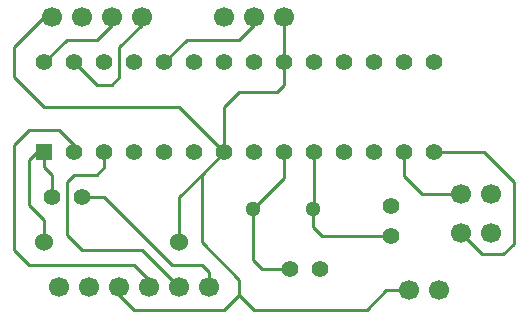
<source format=gtl>
G04 (created by PCBNEW (22-Jun-2014 BZR 4027)-stable) date Sat 20 Dec 2014 16:30:47 GMT*
%MOIN*%
G04 Gerber Fmt 3.4, Leading zero omitted, Abs format*
%FSLAX34Y34*%
G01*
G70*
G90*
G04 APERTURE LIST*
%ADD10C,0.00590551*%
%ADD11C,0.06*%
%ADD12C,0.055*%
%ADD13R,0.055X0.055*%
%ADD14C,0.0669291*%
%ADD15C,0.0511811*%
%ADD16C,0.01*%
G04 APERTURE END LIST*
G54D10*
G54D11*
X90000Y-48500D03*
X94500Y-48500D03*
G54D12*
X91000Y-45500D03*
X92000Y-45500D03*
X93000Y-45500D03*
X94000Y-45500D03*
X95000Y-45500D03*
X96000Y-45500D03*
X97000Y-45500D03*
X98000Y-45500D03*
X99000Y-45500D03*
X100000Y-45500D03*
X101000Y-45500D03*
X102000Y-45500D03*
X103000Y-45500D03*
G54D13*
X90000Y-45500D03*
G54D12*
X103000Y-42500D03*
X102000Y-42500D03*
X101000Y-42500D03*
X100000Y-42500D03*
X99000Y-42500D03*
X98000Y-42500D03*
X97000Y-42500D03*
X96000Y-42500D03*
X95000Y-42500D03*
X94000Y-42500D03*
X93000Y-42500D03*
X92000Y-42500D03*
X91000Y-42500D03*
X90000Y-42500D03*
X98200Y-49400D03*
X99200Y-49400D03*
X101550Y-48300D03*
X101550Y-47300D03*
X90250Y-47000D03*
X91250Y-47000D03*
G54D14*
X95500Y-50000D03*
X94500Y-50000D03*
X93500Y-50000D03*
X92500Y-50000D03*
X91500Y-50000D03*
X90500Y-50000D03*
G54D15*
X98950Y-47400D03*
X96950Y-47400D03*
G54D14*
X91250Y-41000D03*
X92250Y-41000D03*
X90250Y-41000D03*
X93250Y-41000D03*
X96000Y-41000D03*
X97000Y-41000D03*
X98000Y-41000D03*
X103900Y-48200D03*
X104900Y-48200D03*
X103900Y-46900D03*
X104900Y-46900D03*
X102150Y-50100D03*
X103150Y-50100D03*
G54D16*
X92250Y-41000D02*
X92250Y-41250D01*
X90750Y-41750D02*
X90000Y-42500D01*
X91750Y-41750D02*
X90750Y-41750D01*
X92250Y-41250D02*
X91750Y-41750D01*
X98950Y-47400D02*
X98950Y-48000D01*
X99250Y-48300D02*
X101550Y-48300D01*
X98950Y-48000D02*
X99250Y-48300D01*
X99000Y-45500D02*
X99000Y-47350D01*
X99000Y-47350D02*
X98950Y-47400D01*
X96950Y-47400D02*
X96950Y-49100D01*
X97250Y-49400D02*
X98200Y-49400D01*
X96950Y-49100D02*
X97250Y-49400D01*
X98000Y-45500D02*
X98000Y-46350D01*
X98000Y-46350D02*
X96950Y-47400D01*
X91250Y-47000D02*
X92000Y-47000D01*
X95500Y-49500D02*
X95500Y-50000D01*
X95250Y-49250D02*
X95500Y-49500D01*
X94250Y-49250D02*
X95250Y-49250D01*
X92000Y-47000D02*
X94250Y-49250D01*
X97000Y-41000D02*
X97000Y-41250D01*
X94750Y-41750D02*
X94000Y-42500D01*
X96500Y-41750D02*
X94750Y-41750D01*
X97000Y-41250D02*
X96500Y-41750D01*
X90000Y-48500D02*
X90000Y-47750D01*
X89750Y-45500D02*
X90000Y-45500D01*
X89500Y-45750D02*
X89750Y-45500D01*
X89500Y-47250D02*
X89500Y-45750D01*
X90000Y-47750D02*
X89500Y-47250D01*
X90000Y-45500D02*
X90000Y-46000D01*
X90250Y-46250D02*
X90250Y-47000D01*
X90000Y-46000D02*
X90250Y-46250D01*
X94500Y-50000D02*
X93250Y-48750D01*
X92000Y-46000D02*
X92000Y-45500D01*
X91750Y-46250D02*
X92000Y-46000D01*
X91000Y-46250D02*
X91750Y-46250D01*
X90750Y-46500D02*
X91000Y-46250D01*
X90750Y-48250D02*
X90750Y-46500D01*
X91250Y-48750D02*
X90750Y-48250D01*
X93250Y-48750D02*
X91250Y-48750D01*
X93500Y-50000D02*
X93500Y-49750D01*
X91000Y-45250D02*
X91000Y-45500D01*
X90500Y-44750D02*
X91000Y-45250D01*
X89500Y-44750D02*
X90500Y-44750D01*
X89000Y-45250D02*
X89500Y-44750D01*
X89000Y-48750D02*
X89000Y-45250D01*
X89500Y-49250D02*
X89000Y-48750D01*
X93000Y-49250D02*
X89500Y-49250D01*
X93500Y-49750D02*
X93000Y-49250D01*
X93250Y-41000D02*
X93250Y-41250D01*
X91750Y-43250D02*
X91000Y-42500D01*
X92250Y-43250D02*
X91750Y-43250D01*
X92500Y-43000D02*
X92250Y-43250D01*
X92500Y-42000D02*
X92500Y-43000D01*
X93250Y-41250D02*
X92500Y-42000D01*
X103900Y-46900D02*
X102600Y-46900D01*
X102000Y-46300D02*
X102000Y-45500D01*
X102600Y-46900D02*
X102000Y-46300D01*
X103000Y-45500D02*
X104650Y-45500D01*
X104600Y-48900D02*
X103900Y-48200D01*
X105300Y-48900D02*
X104600Y-48900D01*
X105650Y-48550D02*
X105300Y-48900D01*
X105650Y-46500D02*
X105650Y-48550D01*
X104650Y-45500D02*
X105650Y-46500D01*
X102150Y-50100D02*
X101400Y-50100D01*
X97000Y-50750D02*
X96500Y-50250D01*
X100750Y-50750D02*
X97000Y-50750D01*
X101400Y-50100D02*
X100750Y-50750D01*
X92500Y-50000D02*
X92500Y-50250D01*
X95250Y-47000D02*
X95250Y-46250D01*
X95250Y-48500D02*
X95250Y-47000D01*
X96500Y-49750D02*
X95250Y-48500D01*
X96500Y-50250D02*
X96500Y-49750D01*
X96000Y-50750D02*
X96500Y-50250D01*
X93000Y-50750D02*
X96000Y-50750D01*
X92500Y-50250D02*
X93000Y-50750D01*
X98000Y-41000D02*
X98000Y-42500D01*
X96000Y-45500D02*
X96000Y-44000D01*
X98000Y-43250D02*
X98000Y-42500D01*
X97750Y-43500D02*
X98000Y-43250D01*
X96500Y-43500D02*
X97750Y-43500D01*
X96000Y-44000D02*
X96500Y-43500D01*
X90250Y-41000D02*
X90000Y-41000D01*
X94500Y-44000D02*
X96000Y-45500D01*
X90000Y-44000D02*
X94500Y-44000D01*
X89000Y-43000D02*
X90000Y-44000D01*
X89000Y-42000D02*
X89000Y-43000D01*
X90000Y-41000D02*
X89000Y-42000D01*
X94500Y-48500D02*
X94500Y-47000D01*
X94500Y-47000D02*
X95250Y-46250D01*
X95250Y-46250D02*
X96000Y-45500D01*
M02*

</source>
